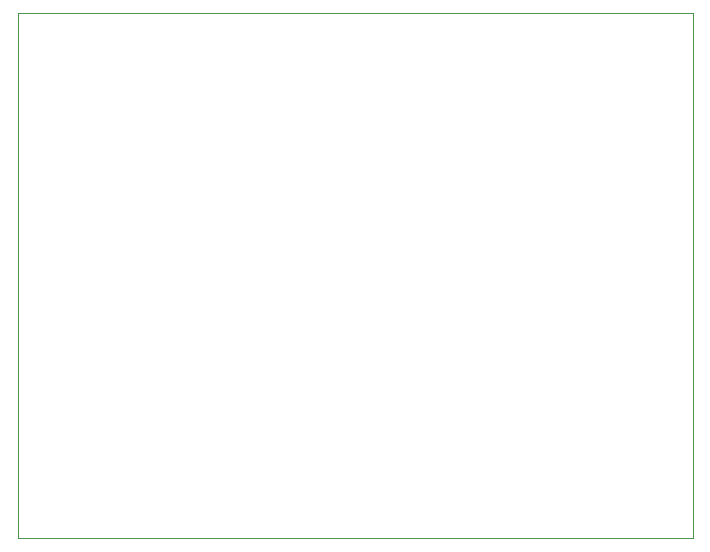
<source format=gbr>
%TF.GenerationSoftware,KiCad,Pcbnew,7.0.6*%
%TF.CreationDate,2023-11-28T22:22:29+05:30*%
%TF.ProjectId,LM386_Board,4c4d3338-365f-4426-9f61-72642e6b6963,v01*%
%TF.SameCoordinates,Original*%
%TF.FileFunction,Profile,NP*%
%FSLAX46Y46*%
G04 Gerber Fmt 4.6, Leading zero omitted, Abs format (unit mm)*
G04 Created by KiCad (PCBNEW 7.0.6) date 2023-11-28 22:22:29*
%MOMM*%
%LPD*%
G01*
G04 APERTURE LIST*
%TA.AperFunction,Profile*%
%ADD10C,0.100000*%
%TD*%
G04 APERTURE END LIST*
D10*
X127000000Y-82550000D02*
X184150000Y-82550000D01*
X184150000Y-82550000D02*
X184150000Y-127000000D01*
X127000000Y-127000000D02*
X184150000Y-127000000D01*
X127000000Y-82550000D02*
X127000000Y-127000000D01*
M02*

</source>
